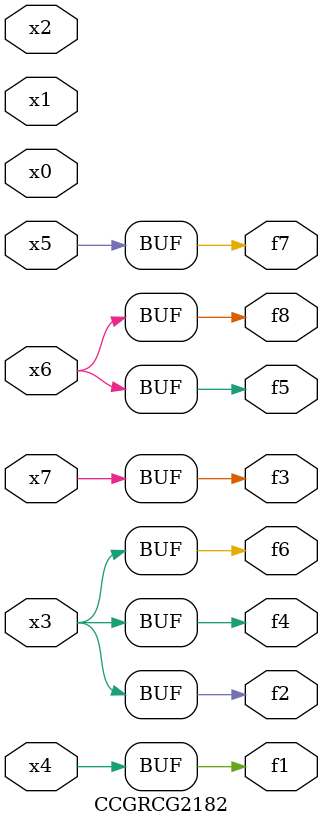
<source format=v>
module CCGRCG2182(
	input x0, x1, x2, x3, x4, x5, x6, x7,
	output f1, f2, f3, f4, f5, f6, f7, f8
);
	assign f1 = x4;
	assign f2 = x3;
	assign f3 = x7;
	assign f4 = x3;
	assign f5 = x6;
	assign f6 = x3;
	assign f7 = x5;
	assign f8 = x6;
endmodule

</source>
